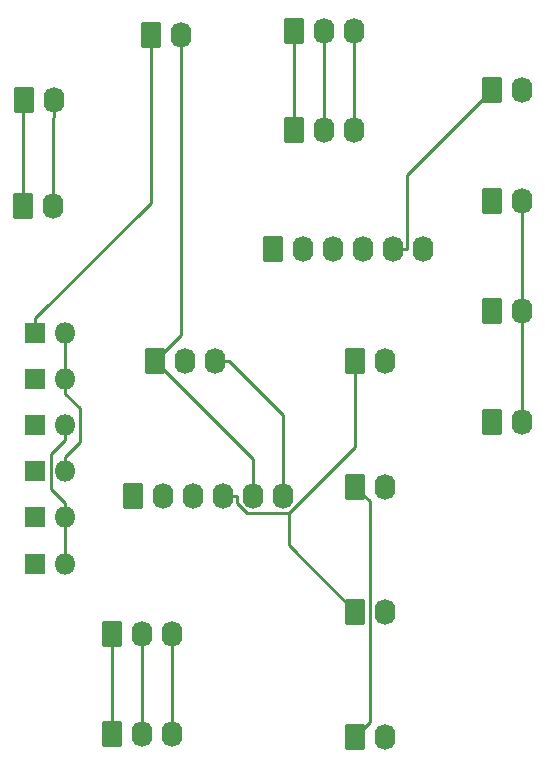
<source format=gbr>
%TF.GenerationSoftware,KiCad,Pcbnew,7.0.9*%
%TF.CreationDate,2023-12-03T08:09:49+10:00*%
%TF.ProjectId,SAS,5341532e-6b69-4636-9164-5f7063625858,rev?*%
%TF.SameCoordinates,Original*%
%TF.FileFunction,Copper,L1,Top*%
%TF.FilePolarity,Positive*%
%FSLAX46Y46*%
G04 Gerber Fmt 4.6, Leading zero omitted, Abs format (unit mm)*
G04 Created by KiCad (PCBNEW 7.0.9) date 2023-12-03 08:09:49*
%MOMM*%
%LPD*%
G01*
G04 APERTURE LIST*
G04 Aperture macros list*
%AMRoundRect*
0 Rectangle with rounded corners*
0 $1 Rounding radius*
0 $2 $3 $4 $5 $6 $7 $8 $9 X,Y pos of 4 corners*
0 Add a 4 corners polygon primitive as box body*
4,1,4,$2,$3,$4,$5,$6,$7,$8,$9,$2,$3,0*
0 Add four circle primitives for the rounded corners*
1,1,$1+$1,$2,$3*
1,1,$1+$1,$4,$5*
1,1,$1+$1,$6,$7*
1,1,$1+$1,$8,$9*
0 Add four rect primitives between the rounded corners*
20,1,$1+$1,$2,$3,$4,$5,0*
20,1,$1+$1,$4,$5,$6,$7,0*
20,1,$1+$1,$6,$7,$8,$9,0*
20,1,$1+$1,$8,$9,$2,$3,0*%
G04 Aperture macros list end*
%TA.AperFunction,ComponentPad*%
%ADD10R,1.800000X1.800000*%
%TD*%
%TA.AperFunction,ComponentPad*%
%ADD11O,1.800000X1.800000*%
%TD*%
%TA.AperFunction,ComponentPad*%
%ADD12RoundRect,0.250000X-0.620000X-0.845000X0.620000X-0.845000X0.620000X0.845000X-0.620000X0.845000X0*%
%TD*%
%TA.AperFunction,ComponentPad*%
%ADD13O,1.740000X2.190000*%
%TD*%
%TA.AperFunction,Conductor*%
%ADD14C,0.250000*%
%TD*%
G04 APERTURE END LIST*
D10*
%TO.P,D11,1,K*%
%TO.N,Net-(D11-K)*%
X111415000Y-74880000D03*
D11*
%TO.P,D11,2,A*%
%TO.N,/COL10*%
X113955000Y-74880000D03*
%TD*%
D10*
%TO.P,D10,1,K*%
%TO.N,Net-(D10-K)*%
X111415000Y-78786000D03*
D11*
%TO.P,D10,2,A*%
%TO.N,/COL10*%
X113955000Y-78786000D03*
%TD*%
D10*
%TO.P,D6,1,K*%
%TO.N,Net-(D6-K)*%
X111415000Y-86598000D03*
D11*
%TO.P,D6,2,A*%
%TO.N,/COL10*%
X113955000Y-86598000D03*
%TD*%
D10*
%TO.P,D4,1,K*%
%TO.N,Net-(D4-K)*%
X111415000Y-90504000D03*
D11*
%TO.P,D4,2,A*%
%TO.N,/COL9*%
X113955000Y-90504000D03*
%TD*%
D10*
%TO.P,D2,1,K*%
%TO.N,Net-(D2-K)*%
X111415000Y-94410000D03*
D11*
%TO.P,D2,2,A*%
%TO.N,/COL9*%
X113955000Y-94410000D03*
%TD*%
D12*
%TO.P,J7,1,Pin_1*%
%TO.N,Net-(J4-Pin_1)*%
X133300000Y-49290000D03*
D13*
%TO.P,J7,2,Pin_2*%
%TO.N,Net-(J4-Pin_2)*%
X135840000Y-49290000D03*
%TO.P,J7,3,Pin_3*%
%TO.N,Net-(J4-Pin_3)*%
X138380000Y-49290000D03*
%TD*%
%TO.P,SW1,3,3*%
%TO.N,/ROW3*%
X126620000Y-77270000D03*
%TO.P,SW1,2,2*%
%TO.N,Net-(D12-K)*%
X124080000Y-77270000D03*
D12*
%TO.P,SW1,1,1*%
%TO.N,/ROW2*%
X121540000Y-77270000D03*
%TD*%
D13*
%TO.P,RV1,3,3*%
%TO.N,/ANALOG_GND*%
X122990000Y-100360000D03*
%TO.P,RV1,2,2*%
%TO.N,/YAW_TRIM*%
X120450000Y-100360000D03*
D12*
%TO.P,RV1,1,1*%
%TO.N,/ANALOG_5V*%
X117910000Y-100360000D03*
%TD*%
D13*
%TO.P,J6,6,Pin_6*%
%TO.N,/ROW3*%
X132360000Y-88720000D03*
%TO.P,J6,5,Pin_5*%
%TO.N,/ROW2*%
X129820000Y-88720000D03*
%TO.P,J6,4,Pin_4*%
%TO.N,/ROW1*%
X127280000Y-88720000D03*
%TO.P,J6,3,Pin_3*%
%TO.N,/ROW0*%
X124740000Y-88720000D03*
%TO.P,J6,2,Pin_2*%
%TO.N,/COL10*%
X122200000Y-88720000D03*
D12*
%TO.P,J6,1,Pin_1*%
%TO.N,/COL9*%
X119660000Y-88720000D03*
%TD*%
D13*
%TO.P,J5,3,Pin_3*%
%TO.N,/ANALOG_GND*%
X122990000Y-108810000D03*
%TO.P,J5,2,Pin_2*%
%TO.N,/YAW_TRIM*%
X120450000Y-108810000D03*
D12*
%TO.P,J5,1,Pin_1*%
%TO.N,/ANALOG_5V*%
X117910000Y-108810000D03*
%TD*%
D13*
%TO.P,J4,3,Pin_3*%
%TO.N,Net-(J4-Pin_3)*%
X138380000Y-57670000D03*
%TO.P,J4,2,Pin_2*%
%TO.N,Net-(J4-Pin_2)*%
X135840000Y-57670000D03*
D12*
%TO.P,J4,1,Pin_1*%
%TO.N,Net-(J4-Pin_1)*%
X133300000Y-57670000D03*
%TD*%
D13*
%TO.P,J3,6,Pin_6*%
%TO.N,unconnected-(J3-Pin_6-Pad6)*%
X144210000Y-67790000D03*
%TO.P,J3,5,Pin_5*%
%TO.N,/COIL_R_PITCH*%
X141670000Y-67790000D03*
%TO.P,J3,4,Pin_4*%
%TO.N,/COIL_L_PITCH*%
X139130000Y-67790000D03*
%TO.P,J3,3,Pin_3*%
%TO.N,/COIL_R_YAW*%
X136590000Y-67790000D03*
%TO.P,J3,2,Pin_2*%
%TO.N,/COIL_L_YAW*%
X134050000Y-67790000D03*
D12*
%TO.P,J3,1,Pin_1*%
%TO.N,/COIL_28V*%
X131510000Y-67790000D03*
%TD*%
D13*
%TO.P,J2,2,Pin_2*%
%TO.N,Net-(J1-Pin_2)*%
X112930000Y-64110000D03*
D12*
%TO.P,J2,1,Pin_1*%
%TO.N,Net-(J1-Pin_1)*%
X110390000Y-64110000D03*
%TD*%
D13*
%TO.P,J1,2,Pin_2*%
%TO.N,Net-(J1-Pin_2)*%
X112990000Y-55170000D03*
D12*
%TO.P,J1,1,Pin_1*%
%TO.N,Net-(J1-Pin_1)*%
X110450000Y-55170000D03*
%TD*%
D11*
%TO.P,D12,2,A*%
%TO.N,/COL9*%
X113955000Y-82692000D03*
D10*
%TO.P,D12,1,K*%
%TO.N,Net-(D12-K)*%
X111415000Y-82692000D03*
%TD*%
D12*
%TO.P,SW2,1,1*%
%TO.N,Net-(D11-K)*%
X121210000Y-49630000D03*
D13*
%TO.P,SW2,2,2*%
%TO.N,/ROW2*%
X123750000Y-49630000D03*
%TD*%
D12*
%TO.P,J18,1,Pin_1*%
%TO.N,/COIL_R_PITCH*%
X150060000Y-54300000D03*
D13*
%TO.P,J18,2,Pin_2*%
%TO.N,/COIL_28V*%
X152600000Y-54300000D03*
%TD*%
D12*
%TO.P,J17,1,Pin_1*%
%TO.N,/COIL_L_PITCH*%
X150060000Y-63670000D03*
D13*
%TO.P,J17,2,Pin_2*%
%TO.N,/COIL_28V*%
X152600000Y-63670000D03*
%TD*%
D12*
%TO.P,J16,1,Pin_1*%
%TO.N,/ROW1*%
X138510000Y-98476700D03*
D13*
%TO.P,J16,2,Pin_2*%
%TO.N,Net-(D4-K)*%
X141050000Y-98476700D03*
%TD*%
D12*
%TO.P,J15,1,Pin_1*%
%TO.N,/COIL_R_YAW*%
X150060000Y-73040000D03*
D13*
%TO.P,J15,2,Pin_2*%
%TO.N,/COIL_28V*%
X152600000Y-73040000D03*
%TD*%
D12*
%TO.P,J14,1,Pin_1*%
%TO.N,/ROW1*%
X138510000Y-77290000D03*
D13*
%TO.P,J14,2,Pin_2*%
%TO.N,Net-(D10-K)*%
X141050000Y-77290000D03*
%TD*%
D12*
%TO.P,J11,1,Pin_1*%
%TO.N,/ROW0*%
X138510000Y-87883300D03*
D13*
%TO.P,J11,2,Pin_2*%
%TO.N,Net-(D6-K)*%
X141050000Y-87883300D03*
%TD*%
D12*
%TO.P,J10,1,Pin_1*%
%TO.N,/COIL_L_YAW*%
X150060000Y-82410000D03*
D13*
%TO.P,J10,2,Pin_2*%
%TO.N,/COIL_28V*%
X152600000Y-82410000D03*
%TD*%
D12*
%TO.P,J8,1,Pin_1*%
%TO.N,/ROW0*%
X138510000Y-109070000D03*
D13*
%TO.P,J8,2,Pin_2*%
%TO.N,Net-(D2-K)*%
X141050000Y-109070000D03*
%TD*%
D14*
%TO.N,Net-(J4-Pin_1)*%
X133300000Y-57670000D02*
X133300000Y-49290000D01*
%TO.N,Net-(J4-Pin_2)*%
X135840000Y-57670000D02*
X135840000Y-49290000D01*
%TO.N,Net-(J4-Pin_3)*%
X138380000Y-57670000D02*
X138380000Y-49290000D01*
%TO.N,/ROW3*%
X132360000Y-81814700D02*
X127815300Y-77270000D01*
X132360000Y-88720000D02*
X132360000Y-81814700D01*
X126620000Y-77270000D02*
X127815300Y-77270000D01*
%TO.N,/ANALOG_GND*%
X122990000Y-108810000D02*
X122990000Y-100360000D01*
%TO.N,/YAW_TRIM*%
X120450000Y-108810000D02*
X120450000Y-100360000D01*
%TO.N,/ANALOG_5V*%
X117910000Y-108810000D02*
X117910000Y-100360000D01*
%TO.N,Net-(J1-Pin_2)*%
X112930000Y-56650300D02*
X112930000Y-64110000D01*
X112990000Y-56590300D02*
X112930000Y-56650300D01*
X112990000Y-55170000D02*
X112990000Y-56590300D01*
%TO.N,Net-(J1-Pin_1)*%
X110390000Y-55230000D02*
X110390000Y-64110000D01*
X110450000Y-55170000D02*
X110390000Y-55230000D01*
%TO.N,/ROW2*%
X123750000Y-75060000D02*
X121540000Y-77270000D01*
X123750000Y-49630000D02*
X123750000Y-75060000D01*
X129820000Y-85550000D02*
X129820000Y-88720000D01*
X121540000Y-77270000D02*
X129820000Y-85550000D01*
%TO.N,/ROW1*%
X127280000Y-88720000D02*
X128475300Y-88720000D01*
X132872200Y-92838900D02*
X132872200Y-90140400D01*
X138510000Y-98476700D02*
X132872200Y-92838900D01*
X138510000Y-84502600D02*
X132872200Y-90140400D01*
X138510000Y-77290000D02*
X138510000Y-84502600D01*
X128475300Y-89317700D02*
X128475300Y-88720000D01*
X129298000Y-90140400D02*
X128475300Y-89317700D01*
X132872200Y-90140400D02*
X129298000Y-90140400D01*
%TO.N,/ROW0*%
X139770600Y-89143900D02*
X138510000Y-87883300D01*
X139770600Y-107809400D02*
X139770600Y-89143900D01*
X138510000Y-109070000D02*
X139770600Y-107809400D01*
%TO.N,Net-(D11-K)*%
X121210000Y-63859700D02*
X111415000Y-73654700D01*
X121210000Y-49630000D02*
X121210000Y-63859700D01*
X111415000Y-74880000D02*
X111415000Y-73654700D01*
%TO.N,/COIL_R_PITCH*%
X142865300Y-61494700D02*
X142865300Y-67790000D01*
X150060000Y-54300000D02*
X142865300Y-61494700D01*
X141670000Y-67790000D02*
X142865300Y-67790000D01*
%TO.N,/COL10*%
X113955000Y-78786000D02*
X113955000Y-74880000D01*
X115180300Y-81236600D02*
X113955000Y-80011300D01*
X115180300Y-84147400D02*
X115180300Y-81236600D01*
X113955000Y-85372700D02*
X115180300Y-84147400D01*
X113955000Y-86598000D02*
X113955000Y-85372700D01*
X113955000Y-78786000D02*
X113955000Y-80011300D01*
%TO.N,/COL9*%
X112729700Y-88053400D02*
X113955000Y-89278700D01*
X112729700Y-85142600D02*
X112729700Y-88053400D01*
X113955000Y-83917300D02*
X112729700Y-85142600D01*
X113955000Y-82692000D02*
X113955000Y-83917300D01*
X113955000Y-90504000D02*
X113955000Y-89278700D01*
X113955000Y-94410000D02*
X113955000Y-90504000D01*
%TO.N,/COIL_28V*%
X152600000Y-82410000D02*
X152600000Y-73040000D01*
X152600000Y-73040000D02*
X152600000Y-63670000D01*
%TD*%
M02*

</source>
